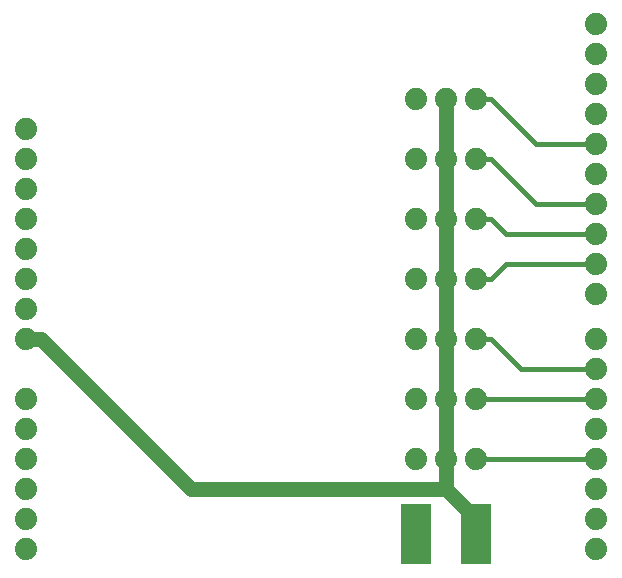
<source format=gbr>
G04 EAGLE Gerber X2 export*
%TF.Part,Single*%
%TF.FileFunction,Copper,L1,Top,Mixed*%
%TF.FilePolarity,Positive*%
%TF.GenerationSoftware,Autodesk,EAGLE,9.1.0*%
%TF.CreationDate,2018-07-29T06:40:26Z*%
G75*
%MOMM*%
%FSLAX34Y34*%
%LPD*%
%AMOC8*
5,1,8,0,0,1.08239X$1,22.5*%
G01*
%ADD10C,1.879600*%
%ADD11R,2.540000X5.080000*%
%ADD12C,0.381000*%
%ADD13C,1.270000*%
%ADD14C,1.275000*%


D10*
X25400Y330200D03*
X25400Y304800D03*
X25400Y279400D03*
X25400Y254000D03*
X25400Y228600D03*
X25400Y203200D03*
X25400Y152400D03*
X25400Y127000D03*
X25400Y101600D03*
X25400Y76200D03*
X25400Y50800D03*
X25400Y25400D03*
X508000Y25400D03*
X508000Y50800D03*
X508000Y76200D03*
X508000Y101600D03*
X508000Y127000D03*
X508000Y152400D03*
X508000Y177800D03*
X508000Y203200D03*
X508000Y241300D03*
X508000Y266700D03*
X508000Y292100D03*
X508000Y317500D03*
X508000Y342900D03*
X508000Y368300D03*
X508000Y393700D03*
X508000Y419100D03*
X508000Y444500D03*
X508000Y469900D03*
X25400Y355600D03*
X25400Y381000D03*
X406400Y101600D03*
X381000Y101600D03*
X355600Y101600D03*
X406400Y152400D03*
X381000Y152400D03*
X355600Y152400D03*
X406400Y203200D03*
X381000Y203200D03*
X355600Y203200D03*
X406400Y254000D03*
X381000Y254000D03*
X355600Y254000D03*
X406400Y304800D03*
X381000Y304800D03*
X355600Y304800D03*
X406400Y355600D03*
X381000Y355600D03*
X355600Y355600D03*
X406400Y406400D03*
X381000Y406400D03*
X355600Y406400D03*
D11*
X406400Y38100D03*
X355600Y38100D03*
D12*
X406400Y101600D02*
X508000Y101600D01*
X508000Y152400D02*
X406400Y152400D01*
X444500Y177800D02*
X419100Y203200D01*
X444500Y177800D02*
X508000Y177800D01*
X419100Y203200D02*
X406400Y203200D01*
X419100Y254000D02*
X431800Y266700D01*
X508000Y266700D01*
X419100Y254000D02*
X406400Y254000D01*
X431800Y292100D02*
X419100Y304800D01*
X431800Y292100D02*
X508000Y292100D01*
X419100Y304800D02*
X406400Y304800D01*
X419100Y355600D02*
X457200Y317500D01*
X508000Y317500D01*
X419100Y355600D02*
X406400Y355600D01*
X419100Y406400D02*
X457200Y368300D01*
X508000Y368300D01*
X419100Y406400D02*
X406400Y406400D01*
D13*
X381000Y76200D02*
X406400Y50800D01*
X381000Y76200D02*
X381000Y101600D01*
X381000Y152400D01*
X381000Y203200D01*
X381000Y254000D01*
X381000Y304800D01*
X381000Y355600D01*
X381000Y406400D01*
X381000Y76200D02*
X165100Y76200D01*
X38100Y203200D01*
X406400Y50800D02*
X406400Y38100D01*
X38100Y203200D02*
X25400Y203200D01*
D14*
X355600Y38100D03*
M02*

</source>
